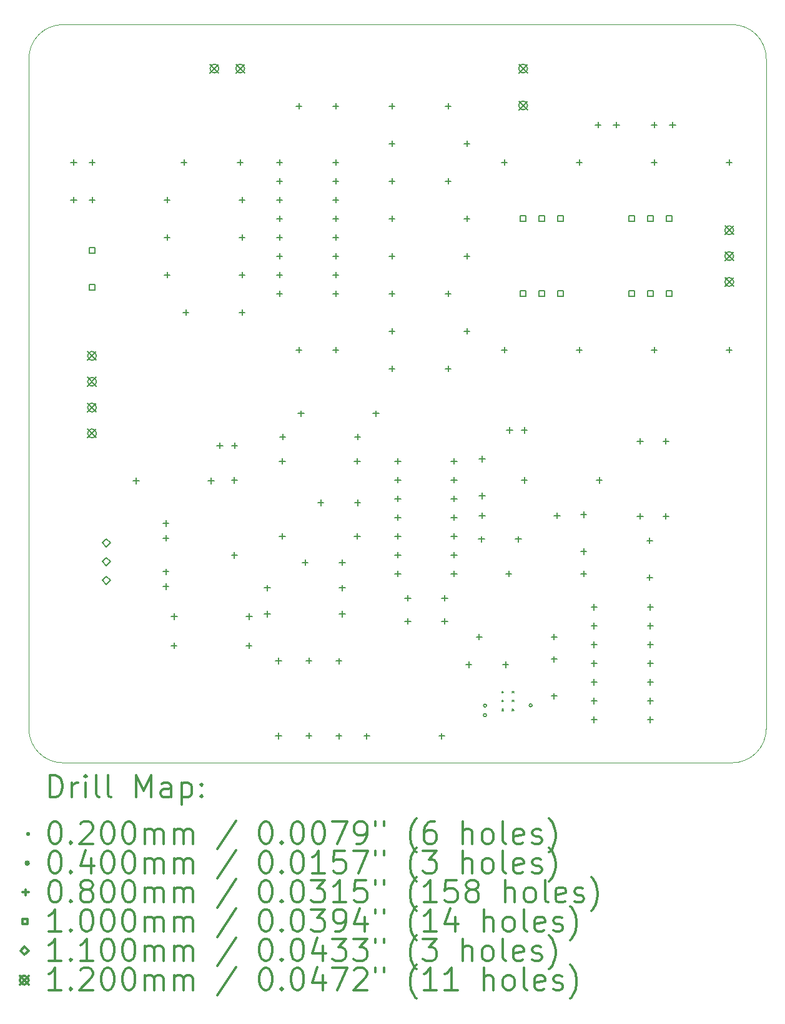
<source format=gbr>
%FSLAX45Y45*%
G04 Gerber Fmt 4.5, Leading zero omitted, Abs format (unit mm)*
G04 Created by KiCad (PCBNEW (5.1.10-1-10_14)) date 2021-09-10 00:56:40*
%MOMM*%
%LPD*%
G01*
G04 APERTURE LIST*
%TA.AperFunction,Profile*%
%ADD10C,0.050000*%
%TD*%
%ADD11C,0.200000*%
%ADD12C,0.300000*%
G04 APERTURE END LIST*
D10*
X5699040Y-14482600D02*
X14771920Y-14482600D01*
X15234200Y-14020320D02*
X15234200Y-4947440D01*
X14771920Y-4485160D02*
X5699040Y-4485160D01*
X5236760Y-4947440D02*
G75*
G02*
X5699040Y-4485160I462280J0D01*
G01*
X5699040Y-14482600D02*
G75*
G02*
X5236760Y-14020320I0J462280D01*
G01*
X15234200Y-14020320D02*
G75*
G02*
X14771920Y-14482600I-462280J0D01*
G01*
X14771920Y-4485160D02*
G75*
G02*
X15234200Y-4947440I0J-462280D01*
G01*
X5236760Y-4947440D02*
X5236760Y-14020320D01*
D11*
X11649720Y-13514880D02*
X11669720Y-13534880D01*
X11669720Y-13514880D02*
X11649720Y-13534880D01*
X11649720Y-13634880D02*
X11669720Y-13654880D01*
X11669720Y-13634880D02*
X11649720Y-13654880D01*
X11649720Y-13754880D02*
X11669720Y-13774880D01*
X11669720Y-13754880D02*
X11649720Y-13774880D01*
X11789720Y-13514880D02*
X11809720Y-13534880D01*
X11809720Y-13514880D02*
X11789720Y-13534880D01*
X11789720Y-13634880D02*
X11809720Y-13654880D01*
X11809720Y-13634880D02*
X11789720Y-13654880D01*
X11789720Y-13754880D02*
X11809720Y-13774880D01*
X11809720Y-13754880D02*
X11789720Y-13774880D01*
X11439840Y-13837920D02*
G75*
G03*
X11439840Y-13837920I-20000J0D01*
G01*
X11442380Y-13708380D02*
G75*
G03*
X11442380Y-13708380I-20000J0D01*
G01*
X12059600Y-13705840D02*
G75*
G03*
X12059600Y-13705840I-20000J0D01*
G01*
X5846000Y-6310000D02*
X5846000Y-6390000D01*
X5806000Y-6350000D02*
X5886000Y-6350000D01*
X5846000Y-6818000D02*
X5846000Y-6898000D01*
X5806000Y-6858000D02*
X5886000Y-6858000D01*
X6096000Y-6310000D02*
X6096000Y-6390000D01*
X6056000Y-6350000D02*
X6136000Y-6350000D01*
X6096000Y-6818000D02*
X6096000Y-6898000D01*
X6056000Y-6858000D02*
X6136000Y-6858000D01*
X6690360Y-10622920D02*
X6690360Y-10702920D01*
X6650360Y-10662920D02*
X6730360Y-10662920D01*
X7094220Y-11199500D02*
X7094220Y-11279500D01*
X7054220Y-11239500D02*
X7134220Y-11239500D01*
X7094220Y-11399500D02*
X7094220Y-11479500D01*
X7054220Y-11439500D02*
X7134220Y-11439500D01*
X7094220Y-11852940D02*
X7094220Y-11932940D01*
X7054220Y-11892940D02*
X7134220Y-11892940D01*
X7094220Y-12052940D02*
X7094220Y-12132940D01*
X7054220Y-12092940D02*
X7134220Y-12092940D01*
X7112000Y-6818000D02*
X7112000Y-6898000D01*
X7072000Y-6858000D02*
X7152000Y-6858000D01*
X7112000Y-7326000D02*
X7112000Y-7406000D01*
X7072000Y-7366000D02*
X7152000Y-7366000D01*
X7112000Y-7834000D02*
X7112000Y-7914000D01*
X7072000Y-7874000D02*
X7152000Y-7874000D01*
X7205980Y-12855580D02*
X7205980Y-12935580D01*
X7165980Y-12895580D02*
X7245980Y-12895580D01*
X7206800Y-12459440D02*
X7206800Y-12539440D01*
X7166800Y-12499440D02*
X7246800Y-12499440D01*
X7340600Y-6310000D02*
X7340600Y-6390000D01*
X7300600Y-6350000D02*
X7380600Y-6350000D01*
X7366000Y-8342000D02*
X7366000Y-8422000D01*
X7326000Y-8382000D02*
X7406000Y-8382000D01*
X7706360Y-10622920D02*
X7706360Y-10702920D01*
X7666360Y-10662920D02*
X7746360Y-10662920D01*
X7826400Y-10145400D02*
X7826400Y-10225400D01*
X7786400Y-10185400D02*
X7866400Y-10185400D01*
X8023860Y-10615300D02*
X8023860Y-10695300D01*
X7983860Y-10655300D02*
X8063860Y-10655300D01*
X8023860Y-11631300D02*
X8023860Y-11711300D01*
X7983860Y-11671300D02*
X8063860Y-11671300D01*
X8026400Y-10145400D02*
X8026400Y-10225400D01*
X7986400Y-10185400D02*
X8066400Y-10185400D01*
X8102600Y-6310000D02*
X8102600Y-6390000D01*
X8062600Y-6350000D02*
X8142600Y-6350000D01*
X8128000Y-6818000D02*
X8128000Y-6898000D01*
X8088000Y-6858000D02*
X8168000Y-6858000D01*
X8128000Y-7326000D02*
X8128000Y-7406000D01*
X8088000Y-7366000D02*
X8168000Y-7366000D01*
X8128000Y-7834000D02*
X8128000Y-7914000D01*
X8088000Y-7874000D02*
X8168000Y-7874000D01*
X8128000Y-8342000D02*
X8128000Y-8422000D01*
X8088000Y-8382000D02*
X8168000Y-8382000D01*
X8221980Y-12855580D02*
X8221980Y-12935580D01*
X8181980Y-12895580D02*
X8261980Y-12895580D01*
X8222800Y-12459440D02*
X8222800Y-12539440D01*
X8182800Y-12499440D02*
X8262800Y-12499440D01*
X8470900Y-12073260D02*
X8470900Y-12153260D01*
X8430900Y-12113260D02*
X8510900Y-12113260D01*
X8470900Y-12426320D02*
X8470900Y-12506320D01*
X8430900Y-12466320D02*
X8510900Y-12466320D01*
X8623300Y-13061320D02*
X8623300Y-13141320D01*
X8583300Y-13101320D02*
X8663300Y-13101320D01*
X8623300Y-14077320D02*
X8623300Y-14157320D01*
X8583300Y-14117320D02*
X8663300Y-14117320D01*
X8636000Y-6310000D02*
X8636000Y-6390000D01*
X8596000Y-6350000D02*
X8676000Y-6350000D01*
X8636000Y-6564000D02*
X8636000Y-6644000D01*
X8596000Y-6604000D02*
X8676000Y-6604000D01*
X8636000Y-6818000D02*
X8636000Y-6898000D01*
X8596000Y-6858000D02*
X8676000Y-6858000D01*
X8636000Y-7072000D02*
X8636000Y-7152000D01*
X8596000Y-7112000D02*
X8676000Y-7112000D01*
X8636000Y-7326000D02*
X8636000Y-7406000D01*
X8596000Y-7366000D02*
X8676000Y-7366000D01*
X8636000Y-7580000D02*
X8636000Y-7660000D01*
X8596000Y-7620000D02*
X8676000Y-7620000D01*
X8636000Y-7834000D02*
X8636000Y-7914000D01*
X8596000Y-7874000D02*
X8676000Y-7874000D01*
X8636000Y-8088000D02*
X8636000Y-8168000D01*
X8596000Y-8128000D02*
X8676000Y-8128000D01*
X8674100Y-10356220D02*
X8674100Y-10436220D01*
X8634100Y-10396220D02*
X8714100Y-10396220D01*
X8674100Y-11372220D02*
X8674100Y-11452220D01*
X8634100Y-11412220D02*
X8714100Y-11412220D01*
X8679180Y-10026020D02*
X8679180Y-10106020D01*
X8639180Y-10066020D02*
X8719180Y-10066020D01*
X8898000Y-5548000D02*
X8898000Y-5628000D01*
X8858000Y-5588000D02*
X8938000Y-5588000D01*
X8898000Y-8850000D02*
X8898000Y-8930000D01*
X8858000Y-8890000D02*
X8938000Y-8890000D01*
X8928100Y-9711060D02*
X8928100Y-9791060D01*
X8888100Y-9751060D02*
X8968100Y-9751060D01*
X8983980Y-11727820D02*
X8983980Y-11807820D01*
X8943980Y-11767820D02*
X9023980Y-11767820D01*
X9034780Y-13058780D02*
X9034780Y-13138780D01*
X8994780Y-13098780D02*
X9074780Y-13098780D01*
X9034780Y-14074780D02*
X9034780Y-14154780D01*
X8994780Y-14114780D02*
X9074780Y-14114780D01*
X9195180Y-10920100D02*
X9195180Y-11000100D01*
X9155180Y-10960100D02*
X9235180Y-10960100D01*
X9398000Y-5548000D02*
X9398000Y-5628000D01*
X9358000Y-5588000D02*
X9438000Y-5588000D01*
X9398000Y-6310000D02*
X9398000Y-6390000D01*
X9358000Y-6350000D02*
X9438000Y-6350000D01*
X9398000Y-6564000D02*
X9398000Y-6644000D01*
X9358000Y-6604000D02*
X9438000Y-6604000D01*
X9398000Y-6818000D02*
X9398000Y-6898000D01*
X9358000Y-6858000D02*
X9438000Y-6858000D01*
X9398000Y-7072000D02*
X9398000Y-7152000D01*
X9358000Y-7112000D02*
X9438000Y-7112000D01*
X9398000Y-7326000D02*
X9398000Y-7406000D01*
X9358000Y-7366000D02*
X9438000Y-7366000D01*
X9398000Y-7580000D02*
X9398000Y-7660000D01*
X9358000Y-7620000D02*
X9438000Y-7620000D01*
X9398000Y-7834000D02*
X9398000Y-7914000D01*
X9358000Y-7874000D02*
X9438000Y-7874000D01*
X9398000Y-8088000D02*
X9398000Y-8168000D01*
X9358000Y-8128000D02*
X9438000Y-8128000D01*
X9398000Y-8850000D02*
X9398000Y-8930000D01*
X9358000Y-8890000D02*
X9438000Y-8890000D01*
X9441180Y-13063860D02*
X9441180Y-13143860D01*
X9401180Y-13103860D02*
X9481180Y-13103860D01*
X9441180Y-14079860D02*
X9441180Y-14159860D01*
X9401180Y-14119860D02*
X9481180Y-14119860D01*
X9483980Y-11727820D02*
X9483980Y-11807820D01*
X9443980Y-11767820D02*
X9523980Y-11767820D01*
X9486900Y-12073260D02*
X9486900Y-12153260D01*
X9446900Y-12113260D02*
X9526900Y-12113260D01*
X9486900Y-12426320D02*
X9486900Y-12506320D01*
X9446900Y-12466320D02*
X9526900Y-12466320D01*
X9690100Y-10356220D02*
X9690100Y-10436220D01*
X9650100Y-10396220D02*
X9730100Y-10396220D01*
X9690100Y-11372220D02*
X9690100Y-11452220D01*
X9650100Y-11412220D02*
X9730100Y-11412220D01*
X9695180Y-10026020D02*
X9695180Y-10106020D01*
X9655180Y-10066020D02*
X9735180Y-10066020D01*
X9695180Y-10920100D02*
X9695180Y-11000100D01*
X9655180Y-10960100D02*
X9735180Y-10960100D01*
X9819640Y-14079860D02*
X9819640Y-14159860D01*
X9779640Y-14119860D02*
X9859640Y-14119860D01*
X9944100Y-9711060D02*
X9944100Y-9791060D01*
X9904100Y-9751060D02*
X9984100Y-9751060D01*
X10160000Y-5548000D02*
X10160000Y-5628000D01*
X10120000Y-5588000D02*
X10200000Y-5588000D01*
X10160000Y-6056000D02*
X10160000Y-6136000D01*
X10120000Y-6096000D02*
X10200000Y-6096000D01*
X10160000Y-6564000D02*
X10160000Y-6644000D01*
X10120000Y-6604000D02*
X10200000Y-6604000D01*
X10160000Y-7072000D02*
X10160000Y-7152000D01*
X10120000Y-7112000D02*
X10200000Y-7112000D01*
X10160000Y-7580000D02*
X10160000Y-7660000D01*
X10120000Y-7620000D02*
X10200000Y-7620000D01*
X10160000Y-8088000D02*
X10160000Y-8168000D01*
X10120000Y-8128000D02*
X10200000Y-8128000D01*
X10160000Y-8596000D02*
X10160000Y-8676000D01*
X10120000Y-8636000D02*
X10200000Y-8636000D01*
X10160000Y-9104000D02*
X10160000Y-9184000D01*
X10120000Y-9144000D02*
X10200000Y-9144000D01*
X10238740Y-10356220D02*
X10238740Y-10436220D01*
X10198740Y-10396220D02*
X10278740Y-10396220D01*
X10238740Y-10610220D02*
X10238740Y-10690220D01*
X10198740Y-10650220D02*
X10278740Y-10650220D01*
X10238740Y-10864220D02*
X10238740Y-10944220D01*
X10198740Y-10904220D02*
X10278740Y-10904220D01*
X10238740Y-11118220D02*
X10238740Y-11198220D01*
X10198740Y-11158220D02*
X10278740Y-11158220D01*
X10238740Y-11372220D02*
X10238740Y-11452220D01*
X10198740Y-11412220D02*
X10278740Y-11412220D01*
X10238740Y-11626220D02*
X10238740Y-11706220D01*
X10198740Y-11666220D02*
X10278740Y-11666220D01*
X10238740Y-11880220D02*
X10238740Y-11960220D01*
X10198740Y-11920220D02*
X10278740Y-11920220D01*
X10373740Y-12210420D02*
X10373740Y-12290420D01*
X10333740Y-12250420D02*
X10413740Y-12250420D01*
X10375900Y-12525380D02*
X10375900Y-12605380D01*
X10335900Y-12565380D02*
X10415900Y-12565380D01*
X10835640Y-14079860D02*
X10835640Y-14159860D01*
X10795640Y-14119860D02*
X10875640Y-14119860D01*
X10873740Y-12210420D02*
X10873740Y-12290420D01*
X10833740Y-12250420D02*
X10913740Y-12250420D01*
X10875900Y-12525380D02*
X10875900Y-12605380D01*
X10835900Y-12565380D02*
X10915900Y-12565380D01*
X10922000Y-5548000D02*
X10922000Y-5628000D01*
X10882000Y-5588000D02*
X10962000Y-5588000D01*
X10922000Y-6564000D02*
X10922000Y-6644000D01*
X10882000Y-6604000D02*
X10962000Y-6604000D01*
X10922000Y-8088000D02*
X10922000Y-8168000D01*
X10882000Y-8128000D02*
X10962000Y-8128000D01*
X10922000Y-9104000D02*
X10922000Y-9184000D01*
X10882000Y-9144000D02*
X10962000Y-9144000D01*
X11000740Y-10356220D02*
X11000740Y-10436220D01*
X10960740Y-10396220D02*
X11040740Y-10396220D01*
X11000740Y-10610220D02*
X11000740Y-10690220D01*
X10960740Y-10650220D02*
X11040740Y-10650220D01*
X11000740Y-10864220D02*
X11000740Y-10944220D01*
X10960740Y-10904220D02*
X11040740Y-10904220D01*
X11000740Y-11118220D02*
X11000740Y-11198220D01*
X10960740Y-11158220D02*
X11040740Y-11158220D01*
X11000740Y-11372220D02*
X11000740Y-11452220D01*
X10960740Y-11412220D02*
X11040740Y-11412220D01*
X11000740Y-11626220D02*
X11000740Y-11706220D01*
X10960740Y-11666220D02*
X11040740Y-11666220D01*
X11000740Y-11880220D02*
X11000740Y-11960220D01*
X10960740Y-11920220D02*
X11040740Y-11920220D01*
X11176000Y-6056000D02*
X11176000Y-6136000D01*
X11136000Y-6096000D02*
X11216000Y-6096000D01*
X11176000Y-7072000D02*
X11176000Y-7152000D01*
X11136000Y-7112000D02*
X11216000Y-7112000D01*
X11176000Y-7580000D02*
X11176000Y-7660000D01*
X11136000Y-7620000D02*
X11216000Y-7620000D01*
X11176000Y-8596000D02*
X11176000Y-8676000D01*
X11136000Y-8636000D02*
X11216000Y-8636000D01*
X11201400Y-13112120D02*
X11201400Y-13192120D01*
X11161400Y-13152120D02*
X11241400Y-13152120D01*
X11343640Y-12736200D02*
X11343640Y-12816200D01*
X11303640Y-12776200D02*
X11383640Y-12776200D01*
X11374500Y-11412860D02*
X11374500Y-11492860D01*
X11334500Y-11452860D02*
X11414500Y-11452860D01*
X11381740Y-10325740D02*
X11381740Y-10405740D01*
X11341740Y-10365740D02*
X11421740Y-10365740D01*
X11381740Y-10825740D02*
X11381740Y-10905740D01*
X11341740Y-10865740D02*
X11421740Y-10865740D01*
X11381740Y-11092820D02*
X11381740Y-11172820D01*
X11341740Y-11132820D02*
X11421740Y-11132820D01*
X11684000Y-6310000D02*
X11684000Y-6390000D01*
X11644000Y-6350000D02*
X11724000Y-6350000D01*
X11684000Y-8850000D02*
X11684000Y-8930000D01*
X11644000Y-8890000D02*
X11724000Y-8890000D01*
X11701400Y-13112120D02*
X11701400Y-13192120D01*
X11661400Y-13152120D02*
X11741400Y-13152120D01*
X11742420Y-11880220D02*
X11742420Y-11960220D01*
X11702420Y-11920220D02*
X11782420Y-11920220D01*
X11755120Y-9937120D02*
X11755120Y-10017120D01*
X11715120Y-9977120D02*
X11795120Y-9977120D01*
X11874500Y-11412860D02*
X11874500Y-11492860D01*
X11834500Y-11452860D02*
X11914500Y-11452860D01*
X11955120Y-9937120D02*
X11955120Y-10017120D01*
X11915120Y-9977120D02*
X11995120Y-9977120D01*
X11955780Y-10615300D02*
X11955780Y-10695300D01*
X11915780Y-10655300D02*
X11995780Y-10655300D01*
X12359640Y-12736200D02*
X12359640Y-12816200D01*
X12319640Y-12776200D02*
X12399640Y-12776200D01*
X12359640Y-13038840D02*
X12359640Y-13118840D01*
X12319640Y-13078840D02*
X12399640Y-13078840D01*
X12359640Y-13538840D02*
X12359640Y-13618840D01*
X12319640Y-13578840D02*
X12399640Y-13578840D01*
X12397740Y-11092820D02*
X12397740Y-11172820D01*
X12357740Y-11132820D02*
X12437740Y-11132820D01*
X12700000Y-6310000D02*
X12700000Y-6390000D01*
X12660000Y-6350000D02*
X12740000Y-6350000D01*
X12700000Y-8850000D02*
X12700000Y-8930000D01*
X12660000Y-8890000D02*
X12740000Y-8890000D01*
X12758420Y-11080500D02*
X12758420Y-11160500D01*
X12718420Y-11120500D02*
X12798420Y-11120500D01*
X12758420Y-11580500D02*
X12758420Y-11660500D01*
X12718420Y-11620500D02*
X12798420Y-11620500D01*
X12758420Y-11880220D02*
X12758420Y-11960220D01*
X12718420Y-11920220D02*
X12798420Y-11920220D01*
X12900660Y-12332340D02*
X12900660Y-12412340D01*
X12860660Y-12372340D02*
X12940660Y-12372340D01*
X12900660Y-12586340D02*
X12900660Y-12666340D01*
X12860660Y-12626340D02*
X12940660Y-12626340D01*
X12900660Y-12840340D02*
X12900660Y-12920340D01*
X12860660Y-12880340D02*
X12940660Y-12880340D01*
X12900660Y-13094340D02*
X12900660Y-13174340D01*
X12860660Y-13134340D02*
X12940660Y-13134340D01*
X12900660Y-13348340D02*
X12900660Y-13428340D01*
X12860660Y-13388340D02*
X12940660Y-13388340D01*
X12900660Y-13602340D02*
X12900660Y-13682340D01*
X12860660Y-13642340D02*
X12940660Y-13642340D01*
X12900660Y-13856340D02*
X12900660Y-13936340D01*
X12860660Y-13896340D02*
X12940660Y-13896340D01*
X12954000Y-5802000D02*
X12954000Y-5882000D01*
X12914000Y-5842000D02*
X12994000Y-5842000D01*
X12971780Y-10615300D02*
X12971780Y-10695300D01*
X12931780Y-10655300D02*
X13011780Y-10655300D01*
X13204000Y-5802000D02*
X13204000Y-5882000D01*
X13164000Y-5842000D02*
X13244000Y-5842000D01*
X13522960Y-10086980D02*
X13522960Y-10166980D01*
X13482960Y-10126980D02*
X13562960Y-10126980D01*
X13522960Y-11102980D02*
X13522960Y-11182980D01*
X13482960Y-11142980D02*
X13562960Y-11142980D01*
X13655040Y-11433180D02*
X13655040Y-11513180D01*
X13615040Y-11473180D02*
X13695040Y-11473180D01*
X13655040Y-11933180D02*
X13655040Y-12013180D01*
X13615040Y-11973180D02*
X13695040Y-11973180D01*
X13662660Y-12332340D02*
X13662660Y-12412340D01*
X13622660Y-12372340D02*
X13702660Y-12372340D01*
X13662660Y-12586340D02*
X13662660Y-12666340D01*
X13622660Y-12626340D02*
X13702660Y-12626340D01*
X13662660Y-12840340D02*
X13662660Y-12920340D01*
X13622660Y-12880340D02*
X13702660Y-12880340D01*
X13662660Y-13094340D02*
X13662660Y-13174340D01*
X13622660Y-13134340D02*
X13702660Y-13134340D01*
X13662660Y-13348340D02*
X13662660Y-13428340D01*
X13622660Y-13388340D02*
X13702660Y-13388340D01*
X13662660Y-13602340D02*
X13662660Y-13682340D01*
X13622660Y-13642340D02*
X13702660Y-13642340D01*
X13662660Y-13856340D02*
X13662660Y-13936340D01*
X13622660Y-13896340D02*
X13702660Y-13896340D01*
X13716000Y-5802000D02*
X13716000Y-5882000D01*
X13676000Y-5842000D02*
X13756000Y-5842000D01*
X13716000Y-6310000D02*
X13716000Y-6390000D01*
X13676000Y-6350000D02*
X13756000Y-6350000D01*
X13716000Y-8850000D02*
X13716000Y-8930000D01*
X13676000Y-8890000D02*
X13756000Y-8890000D01*
X13873480Y-10086980D02*
X13873480Y-10166980D01*
X13833480Y-10126980D02*
X13913480Y-10126980D01*
X13873480Y-11102980D02*
X13873480Y-11182980D01*
X13833480Y-11142980D02*
X13913480Y-11142980D01*
X13966000Y-5802000D02*
X13966000Y-5882000D01*
X13926000Y-5842000D02*
X14006000Y-5842000D01*
X14732000Y-6310000D02*
X14732000Y-6390000D01*
X14692000Y-6350000D02*
X14772000Y-6350000D01*
X14732000Y-8850000D02*
X14732000Y-8930000D01*
X14692000Y-8890000D02*
X14772000Y-8890000D01*
X6131356Y-7579156D02*
X6131356Y-7508444D01*
X6060644Y-7508444D01*
X6060644Y-7579156D01*
X6131356Y-7579156D01*
X6131356Y-8079156D02*
X6131356Y-8008444D01*
X6060644Y-8008444D01*
X6060644Y-8079156D01*
X6131356Y-8079156D01*
X11973356Y-7147356D02*
X11973356Y-7076644D01*
X11902644Y-7076644D01*
X11902644Y-7147356D01*
X11973356Y-7147356D01*
X11973356Y-8163356D02*
X11973356Y-8092644D01*
X11902644Y-8092644D01*
X11902644Y-8163356D01*
X11973356Y-8163356D01*
X12227356Y-7147356D02*
X12227356Y-7076644D01*
X12156644Y-7076644D01*
X12156644Y-7147356D01*
X12227356Y-7147356D01*
X12227356Y-8163356D02*
X12227356Y-8092644D01*
X12156644Y-8092644D01*
X12156644Y-8163356D01*
X12227356Y-8163356D01*
X12481356Y-7147356D02*
X12481356Y-7076644D01*
X12410644Y-7076644D01*
X12410644Y-7147356D01*
X12481356Y-7147356D01*
X12481356Y-8163356D02*
X12481356Y-8092644D01*
X12410644Y-8092644D01*
X12410644Y-8163356D01*
X12481356Y-8163356D01*
X13446556Y-7147356D02*
X13446556Y-7076644D01*
X13375844Y-7076644D01*
X13375844Y-7147356D01*
X13446556Y-7147356D01*
X13446556Y-8163356D02*
X13446556Y-8092644D01*
X13375844Y-8092644D01*
X13375844Y-8163356D01*
X13446556Y-8163356D01*
X13700556Y-7147356D02*
X13700556Y-7076644D01*
X13629844Y-7076644D01*
X13629844Y-7147356D01*
X13700556Y-7147356D01*
X13700556Y-8163356D02*
X13700556Y-8092644D01*
X13629844Y-8092644D01*
X13629844Y-8163356D01*
X13700556Y-8163356D01*
X13954556Y-7147356D02*
X13954556Y-7076644D01*
X13883844Y-7076644D01*
X13883844Y-7147356D01*
X13954556Y-7147356D01*
X13954556Y-8163356D02*
X13954556Y-8092644D01*
X13883844Y-8092644D01*
X13883844Y-8163356D01*
X13954556Y-8163356D01*
X6286500Y-11558660D02*
X6341500Y-11503660D01*
X6286500Y-11448660D01*
X6231500Y-11503660D01*
X6286500Y-11558660D01*
X6286500Y-11812660D02*
X6341500Y-11757660D01*
X6286500Y-11702660D01*
X6231500Y-11757660D01*
X6286500Y-11812660D01*
X6286500Y-12066660D02*
X6341500Y-12011660D01*
X6286500Y-11956660D01*
X6231500Y-12011660D01*
X6286500Y-12066660D01*
X6033460Y-8911280D02*
X6153460Y-9031280D01*
X6153460Y-8911280D02*
X6033460Y-9031280D01*
X6153460Y-8971280D02*
G75*
G03*
X6153460Y-8971280I-60000J0D01*
G01*
X6033460Y-9261280D02*
X6153460Y-9381280D01*
X6153460Y-9261280D02*
X6033460Y-9381280D01*
X6153460Y-9321280D02*
G75*
G03*
X6153460Y-9321280I-60000J0D01*
G01*
X6033460Y-9611280D02*
X6153460Y-9731280D01*
X6153460Y-9611280D02*
X6033460Y-9731280D01*
X6153460Y-9671280D02*
G75*
G03*
X6153460Y-9671280I-60000J0D01*
G01*
X6033460Y-9961280D02*
X6153460Y-10081280D01*
X6153460Y-9961280D02*
X6033460Y-10081280D01*
X6153460Y-10021280D02*
G75*
G03*
X6153460Y-10021280I-60000J0D01*
G01*
X7692600Y-5020000D02*
X7812600Y-5140000D01*
X7812600Y-5020000D02*
X7692600Y-5140000D01*
X7812600Y-5080000D02*
G75*
G03*
X7812600Y-5080000I-60000J0D01*
G01*
X8042600Y-5020000D02*
X8162600Y-5140000D01*
X8162600Y-5020000D02*
X8042600Y-5140000D01*
X8162600Y-5080000D02*
G75*
G03*
X8162600Y-5080000I-60000J0D01*
G01*
X11878000Y-5020000D02*
X11998000Y-5140000D01*
X11998000Y-5020000D02*
X11878000Y-5140000D01*
X11998000Y-5080000D02*
G75*
G03*
X11998000Y-5080000I-60000J0D01*
G01*
X11878000Y-5520000D02*
X11998000Y-5640000D01*
X11998000Y-5520000D02*
X11878000Y-5640000D01*
X11998000Y-5580000D02*
G75*
G03*
X11998000Y-5580000I-60000J0D01*
G01*
X14672000Y-7210000D02*
X14792000Y-7330000D01*
X14792000Y-7210000D02*
X14672000Y-7330000D01*
X14792000Y-7270000D02*
G75*
G03*
X14792000Y-7270000I-60000J0D01*
G01*
X14672000Y-7560000D02*
X14792000Y-7680000D01*
X14792000Y-7560000D02*
X14672000Y-7680000D01*
X14792000Y-7620000D02*
G75*
G03*
X14792000Y-7620000I-60000J0D01*
G01*
X14672000Y-7910000D02*
X14792000Y-8030000D01*
X14792000Y-7910000D02*
X14672000Y-8030000D01*
X14792000Y-7970000D02*
G75*
G03*
X14792000Y-7970000I-60000J0D01*
G01*
D12*
X5520688Y-14950814D02*
X5520688Y-14650814D01*
X5592117Y-14650814D01*
X5634974Y-14665100D01*
X5663546Y-14693671D01*
X5677831Y-14722243D01*
X5692117Y-14779386D01*
X5692117Y-14822243D01*
X5677831Y-14879386D01*
X5663546Y-14907957D01*
X5634974Y-14936529D01*
X5592117Y-14950814D01*
X5520688Y-14950814D01*
X5820688Y-14950814D02*
X5820688Y-14750814D01*
X5820688Y-14807957D02*
X5834974Y-14779386D01*
X5849260Y-14765100D01*
X5877831Y-14750814D01*
X5906403Y-14750814D01*
X6006403Y-14950814D02*
X6006403Y-14750814D01*
X6006403Y-14650814D02*
X5992117Y-14665100D01*
X6006403Y-14679386D01*
X6020688Y-14665100D01*
X6006403Y-14650814D01*
X6006403Y-14679386D01*
X6192117Y-14950814D02*
X6163546Y-14936529D01*
X6149260Y-14907957D01*
X6149260Y-14650814D01*
X6349260Y-14950814D02*
X6320688Y-14936529D01*
X6306403Y-14907957D01*
X6306403Y-14650814D01*
X6692117Y-14950814D02*
X6692117Y-14650814D01*
X6792117Y-14865100D01*
X6892117Y-14650814D01*
X6892117Y-14950814D01*
X7163546Y-14950814D02*
X7163546Y-14793671D01*
X7149260Y-14765100D01*
X7120688Y-14750814D01*
X7063546Y-14750814D01*
X7034974Y-14765100D01*
X7163546Y-14936529D02*
X7134974Y-14950814D01*
X7063546Y-14950814D01*
X7034974Y-14936529D01*
X7020688Y-14907957D01*
X7020688Y-14879386D01*
X7034974Y-14850814D01*
X7063546Y-14836529D01*
X7134974Y-14836529D01*
X7163546Y-14822243D01*
X7306403Y-14750814D02*
X7306403Y-15050814D01*
X7306403Y-14765100D02*
X7334974Y-14750814D01*
X7392117Y-14750814D01*
X7420688Y-14765100D01*
X7434974Y-14779386D01*
X7449260Y-14807957D01*
X7449260Y-14893671D01*
X7434974Y-14922243D01*
X7420688Y-14936529D01*
X7392117Y-14950814D01*
X7334974Y-14950814D01*
X7306403Y-14936529D01*
X7577831Y-14922243D02*
X7592117Y-14936529D01*
X7577831Y-14950814D01*
X7563546Y-14936529D01*
X7577831Y-14922243D01*
X7577831Y-14950814D01*
X7577831Y-14765100D02*
X7592117Y-14779386D01*
X7577831Y-14793671D01*
X7563546Y-14779386D01*
X7577831Y-14765100D01*
X7577831Y-14793671D01*
X5214260Y-15435100D02*
X5234260Y-15455100D01*
X5234260Y-15435100D02*
X5214260Y-15455100D01*
X5577831Y-15280814D02*
X5606403Y-15280814D01*
X5634974Y-15295100D01*
X5649260Y-15309386D01*
X5663546Y-15337957D01*
X5677831Y-15395100D01*
X5677831Y-15466529D01*
X5663546Y-15523671D01*
X5649260Y-15552243D01*
X5634974Y-15566529D01*
X5606403Y-15580814D01*
X5577831Y-15580814D01*
X5549260Y-15566529D01*
X5534974Y-15552243D01*
X5520688Y-15523671D01*
X5506403Y-15466529D01*
X5506403Y-15395100D01*
X5520688Y-15337957D01*
X5534974Y-15309386D01*
X5549260Y-15295100D01*
X5577831Y-15280814D01*
X5806403Y-15552243D02*
X5820688Y-15566529D01*
X5806403Y-15580814D01*
X5792117Y-15566529D01*
X5806403Y-15552243D01*
X5806403Y-15580814D01*
X5934974Y-15309386D02*
X5949260Y-15295100D01*
X5977831Y-15280814D01*
X6049260Y-15280814D01*
X6077831Y-15295100D01*
X6092117Y-15309386D01*
X6106403Y-15337957D01*
X6106403Y-15366529D01*
X6092117Y-15409386D01*
X5920688Y-15580814D01*
X6106403Y-15580814D01*
X6292117Y-15280814D02*
X6320688Y-15280814D01*
X6349260Y-15295100D01*
X6363546Y-15309386D01*
X6377831Y-15337957D01*
X6392117Y-15395100D01*
X6392117Y-15466529D01*
X6377831Y-15523671D01*
X6363546Y-15552243D01*
X6349260Y-15566529D01*
X6320688Y-15580814D01*
X6292117Y-15580814D01*
X6263546Y-15566529D01*
X6249260Y-15552243D01*
X6234974Y-15523671D01*
X6220688Y-15466529D01*
X6220688Y-15395100D01*
X6234974Y-15337957D01*
X6249260Y-15309386D01*
X6263546Y-15295100D01*
X6292117Y-15280814D01*
X6577831Y-15280814D02*
X6606403Y-15280814D01*
X6634974Y-15295100D01*
X6649260Y-15309386D01*
X6663546Y-15337957D01*
X6677831Y-15395100D01*
X6677831Y-15466529D01*
X6663546Y-15523671D01*
X6649260Y-15552243D01*
X6634974Y-15566529D01*
X6606403Y-15580814D01*
X6577831Y-15580814D01*
X6549260Y-15566529D01*
X6534974Y-15552243D01*
X6520688Y-15523671D01*
X6506403Y-15466529D01*
X6506403Y-15395100D01*
X6520688Y-15337957D01*
X6534974Y-15309386D01*
X6549260Y-15295100D01*
X6577831Y-15280814D01*
X6806403Y-15580814D02*
X6806403Y-15380814D01*
X6806403Y-15409386D02*
X6820688Y-15395100D01*
X6849260Y-15380814D01*
X6892117Y-15380814D01*
X6920688Y-15395100D01*
X6934974Y-15423671D01*
X6934974Y-15580814D01*
X6934974Y-15423671D02*
X6949260Y-15395100D01*
X6977831Y-15380814D01*
X7020688Y-15380814D01*
X7049260Y-15395100D01*
X7063546Y-15423671D01*
X7063546Y-15580814D01*
X7206403Y-15580814D02*
X7206403Y-15380814D01*
X7206403Y-15409386D02*
X7220688Y-15395100D01*
X7249260Y-15380814D01*
X7292117Y-15380814D01*
X7320688Y-15395100D01*
X7334974Y-15423671D01*
X7334974Y-15580814D01*
X7334974Y-15423671D02*
X7349260Y-15395100D01*
X7377831Y-15380814D01*
X7420688Y-15380814D01*
X7449260Y-15395100D01*
X7463546Y-15423671D01*
X7463546Y-15580814D01*
X8049260Y-15266529D02*
X7792117Y-15652243D01*
X8434974Y-15280814D02*
X8463546Y-15280814D01*
X8492117Y-15295100D01*
X8506403Y-15309386D01*
X8520688Y-15337957D01*
X8534974Y-15395100D01*
X8534974Y-15466529D01*
X8520688Y-15523671D01*
X8506403Y-15552243D01*
X8492117Y-15566529D01*
X8463546Y-15580814D01*
X8434974Y-15580814D01*
X8406403Y-15566529D01*
X8392117Y-15552243D01*
X8377831Y-15523671D01*
X8363546Y-15466529D01*
X8363546Y-15395100D01*
X8377831Y-15337957D01*
X8392117Y-15309386D01*
X8406403Y-15295100D01*
X8434974Y-15280814D01*
X8663546Y-15552243D02*
X8677831Y-15566529D01*
X8663546Y-15580814D01*
X8649260Y-15566529D01*
X8663546Y-15552243D01*
X8663546Y-15580814D01*
X8863546Y-15280814D02*
X8892117Y-15280814D01*
X8920688Y-15295100D01*
X8934974Y-15309386D01*
X8949260Y-15337957D01*
X8963546Y-15395100D01*
X8963546Y-15466529D01*
X8949260Y-15523671D01*
X8934974Y-15552243D01*
X8920688Y-15566529D01*
X8892117Y-15580814D01*
X8863546Y-15580814D01*
X8834974Y-15566529D01*
X8820688Y-15552243D01*
X8806403Y-15523671D01*
X8792117Y-15466529D01*
X8792117Y-15395100D01*
X8806403Y-15337957D01*
X8820688Y-15309386D01*
X8834974Y-15295100D01*
X8863546Y-15280814D01*
X9149260Y-15280814D02*
X9177831Y-15280814D01*
X9206403Y-15295100D01*
X9220688Y-15309386D01*
X9234974Y-15337957D01*
X9249260Y-15395100D01*
X9249260Y-15466529D01*
X9234974Y-15523671D01*
X9220688Y-15552243D01*
X9206403Y-15566529D01*
X9177831Y-15580814D01*
X9149260Y-15580814D01*
X9120688Y-15566529D01*
X9106403Y-15552243D01*
X9092117Y-15523671D01*
X9077831Y-15466529D01*
X9077831Y-15395100D01*
X9092117Y-15337957D01*
X9106403Y-15309386D01*
X9120688Y-15295100D01*
X9149260Y-15280814D01*
X9349260Y-15280814D02*
X9549260Y-15280814D01*
X9420688Y-15580814D01*
X9677831Y-15580814D02*
X9734974Y-15580814D01*
X9763546Y-15566529D01*
X9777831Y-15552243D01*
X9806403Y-15509386D01*
X9820688Y-15452243D01*
X9820688Y-15337957D01*
X9806403Y-15309386D01*
X9792117Y-15295100D01*
X9763546Y-15280814D01*
X9706403Y-15280814D01*
X9677831Y-15295100D01*
X9663546Y-15309386D01*
X9649260Y-15337957D01*
X9649260Y-15409386D01*
X9663546Y-15437957D01*
X9677831Y-15452243D01*
X9706403Y-15466529D01*
X9763546Y-15466529D01*
X9792117Y-15452243D01*
X9806403Y-15437957D01*
X9820688Y-15409386D01*
X9934974Y-15280814D02*
X9934974Y-15337957D01*
X10049260Y-15280814D02*
X10049260Y-15337957D01*
X10492117Y-15695100D02*
X10477831Y-15680814D01*
X10449260Y-15637957D01*
X10434974Y-15609386D01*
X10420688Y-15566529D01*
X10406403Y-15495100D01*
X10406403Y-15437957D01*
X10420688Y-15366529D01*
X10434974Y-15323671D01*
X10449260Y-15295100D01*
X10477831Y-15252243D01*
X10492117Y-15237957D01*
X10734974Y-15280814D02*
X10677831Y-15280814D01*
X10649260Y-15295100D01*
X10634974Y-15309386D01*
X10606403Y-15352243D01*
X10592117Y-15409386D01*
X10592117Y-15523671D01*
X10606403Y-15552243D01*
X10620688Y-15566529D01*
X10649260Y-15580814D01*
X10706403Y-15580814D01*
X10734974Y-15566529D01*
X10749260Y-15552243D01*
X10763546Y-15523671D01*
X10763546Y-15452243D01*
X10749260Y-15423671D01*
X10734974Y-15409386D01*
X10706403Y-15395100D01*
X10649260Y-15395100D01*
X10620688Y-15409386D01*
X10606403Y-15423671D01*
X10592117Y-15452243D01*
X11120688Y-15580814D02*
X11120688Y-15280814D01*
X11249260Y-15580814D02*
X11249260Y-15423671D01*
X11234974Y-15395100D01*
X11206403Y-15380814D01*
X11163546Y-15380814D01*
X11134974Y-15395100D01*
X11120688Y-15409386D01*
X11434974Y-15580814D02*
X11406403Y-15566529D01*
X11392117Y-15552243D01*
X11377831Y-15523671D01*
X11377831Y-15437957D01*
X11392117Y-15409386D01*
X11406403Y-15395100D01*
X11434974Y-15380814D01*
X11477831Y-15380814D01*
X11506403Y-15395100D01*
X11520688Y-15409386D01*
X11534974Y-15437957D01*
X11534974Y-15523671D01*
X11520688Y-15552243D01*
X11506403Y-15566529D01*
X11477831Y-15580814D01*
X11434974Y-15580814D01*
X11706403Y-15580814D02*
X11677831Y-15566529D01*
X11663546Y-15537957D01*
X11663546Y-15280814D01*
X11934974Y-15566529D02*
X11906403Y-15580814D01*
X11849260Y-15580814D01*
X11820688Y-15566529D01*
X11806403Y-15537957D01*
X11806403Y-15423671D01*
X11820688Y-15395100D01*
X11849260Y-15380814D01*
X11906403Y-15380814D01*
X11934974Y-15395100D01*
X11949260Y-15423671D01*
X11949260Y-15452243D01*
X11806403Y-15480814D01*
X12063546Y-15566529D02*
X12092117Y-15580814D01*
X12149260Y-15580814D01*
X12177831Y-15566529D01*
X12192117Y-15537957D01*
X12192117Y-15523671D01*
X12177831Y-15495100D01*
X12149260Y-15480814D01*
X12106403Y-15480814D01*
X12077831Y-15466529D01*
X12063546Y-15437957D01*
X12063546Y-15423671D01*
X12077831Y-15395100D01*
X12106403Y-15380814D01*
X12149260Y-15380814D01*
X12177831Y-15395100D01*
X12292117Y-15695100D02*
X12306403Y-15680814D01*
X12334974Y-15637957D01*
X12349260Y-15609386D01*
X12363546Y-15566529D01*
X12377831Y-15495100D01*
X12377831Y-15437957D01*
X12363546Y-15366529D01*
X12349260Y-15323671D01*
X12334974Y-15295100D01*
X12306403Y-15252243D01*
X12292117Y-15237957D01*
X5234260Y-15841100D02*
G75*
G03*
X5234260Y-15841100I-20000J0D01*
G01*
X5577831Y-15676814D02*
X5606403Y-15676814D01*
X5634974Y-15691100D01*
X5649260Y-15705386D01*
X5663546Y-15733957D01*
X5677831Y-15791100D01*
X5677831Y-15862529D01*
X5663546Y-15919671D01*
X5649260Y-15948243D01*
X5634974Y-15962529D01*
X5606403Y-15976814D01*
X5577831Y-15976814D01*
X5549260Y-15962529D01*
X5534974Y-15948243D01*
X5520688Y-15919671D01*
X5506403Y-15862529D01*
X5506403Y-15791100D01*
X5520688Y-15733957D01*
X5534974Y-15705386D01*
X5549260Y-15691100D01*
X5577831Y-15676814D01*
X5806403Y-15948243D02*
X5820688Y-15962529D01*
X5806403Y-15976814D01*
X5792117Y-15962529D01*
X5806403Y-15948243D01*
X5806403Y-15976814D01*
X6077831Y-15776814D02*
X6077831Y-15976814D01*
X6006403Y-15662529D02*
X5934974Y-15876814D01*
X6120688Y-15876814D01*
X6292117Y-15676814D02*
X6320688Y-15676814D01*
X6349260Y-15691100D01*
X6363546Y-15705386D01*
X6377831Y-15733957D01*
X6392117Y-15791100D01*
X6392117Y-15862529D01*
X6377831Y-15919671D01*
X6363546Y-15948243D01*
X6349260Y-15962529D01*
X6320688Y-15976814D01*
X6292117Y-15976814D01*
X6263546Y-15962529D01*
X6249260Y-15948243D01*
X6234974Y-15919671D01*
X6220688Y-15862529D01*
X6220688Y-15791100D01*
X6234974Y-15733957D01*
X6249260Y-15705386D01*
X6263546Y-15691100D01*
X6292117Y-15676814D01*
X6577831Y-15676814D02*
X6606403Y-15676814D01*
X6634974Y-15691100D01*
X6649260Y-15705386D01*
X6663546Y-15733957D01*
X6677831Y-15791100D01*
X6677831Y-15862529D01*
X6663546Y-15919671D01*
X6649260Y-15948243D01*
X6634974Y-15962529D01*
X6606403Y-15976814D01*
X6577831Y-15976814D01*
X6549260Y-15962529D01*
X6534974Y-15948243D01*
X6520688Y-15919671D01*
X6506403Y-15862529D01*
X6506403Y-15791100D01*
X6520688Y-15733957D01*
X6534974Y-15705386D01*
X6549260Y-15691100D01*
X6577831Y-15676814D01*
X6806403Y-15976814D02*
X6806403Y-15776814D01*
X6806403Y-15805386D02*
X6820688Y-15791100D01*
X6849260Y-15776814D01*
X6892117Y-15776814D01*
X6920688Y-15791100D01*
X6934974Y-15819671D01*
X6934974Y-15976814D01*
X6934974Y-15819671D02*
X6949260Y-15791100D01*
X6977831Y-15776814D01*
X7020688Y-15776814D01*
X7049260Y-15791100D01*
X7063546Y-15819671D01*
X7063546Y-15976814D01*
X7206403Y-15976814D02*
X7206403Y-15776814D01*
X7206403Y-15805386D02*
X7220688Y-15791100D01*
X7249260Y-15776814D01*
X7292117Y-15776814D01*
X7320688Y-15791100D01*
X7334974Y-15819671D01*
X7334974Y-15976814D01*
X7334974Y-15819671D02*
X7349260Y-15791100D01*
X7377831Y-15776814D01*
X7420688Y-15776814D01*
X7449260Y-15791100D01*
X7463546Y-15819671D01*
X7463546Y-15976814D01*
X8049260Y-15662529D02*
X7792117Y-16048243D01*
X8434974Y-15676814D02*
X8463546Y-15676814D01*
X8492117Y-15691100D01*
X8506403Y-15705386D01*
X8520688Y-15733957D01*
X8534974Y-15791100D01*
X8534974Y-15862529D01*
X8520688Y-15919671D01*
X8506403Y-15948243D01*
X8492117Y-15962529D01*
X8463546Y-15976814D01*
X8434974Y-15976814D01*
X8406403Y-15962529D01*
X8392117Y-15948243D01*
X8377831Y-15919671D01*
X8363546Y-15862529D01*
X8363546Y-15791100D01*
X8377831Y-15733957D01*
X8392117Y-15705386D01*
X8406403Y-15691100D01*
X8434974Y-15676814D01*
X8663546Y-15948243D02*
X8677831Y-15962529D01*
X8663546Y-15976814D01*
X8649260Y-15962529D01*
X8663546Y-15948243D01*
X8663546Y-15976814D01*
X8863546Y-15676814D02*
X8892117Y-15676814D01*
X8920688Y-15691100D01*
X8934974Y-15705386D01*
X8949260Y-15733957D01*
X8963546Y-15791100D01*
X8963546Y-15862529D01*
X8949260Y-15919671D01*
X8934974Y-15948243D01*
X8920688Y-15962529D01*
X8892117Y-15976814D01*
X8863546Y-15976814D01*
X8834974Y-15962529D01*
X8820688Y-15948243D01*
X8806403Y-15919671D01*
X8792117Y-15862529D01*
X8792117Y-15791100D01*
X8806403Y-15733957D01*
X8820688Y-15705386D01*
X8834974Y-15691100D01*
X8863546Y-15676814D01*
X9249260Y-15976814D02*
X9077831Y-15976814D01*
X9163546Y-15976814D02*
X9163546Y-15676814D01*
X9134974Y-15719671D01*
X9106403Y-15748243D01*
X9077831Y-15762529D01*
X9520688Y-15676814D02*
X9377831Y-15676814D01*
X9363546Y-15819671D01*
X9377831Y-15805386D01*
X9406403Y-15791100D01*
X9477831Y-15791100D01*
X9506403Y-15805386D01*
X9520688Y-15819671D01*
X9534974Y-15848243D01*
X9534974Y-15919671D01*
X9520688Y-15948243D01*
X9506403Y-15962529D01*
X9477831Y-15976814D01*
X9406403Y-15976814D01*
X9377831Y-15962529D01*
X9363546Y-15948243D01*
X9634974Y-15676814D02*
X9834974Y-15676814D01*
X9706403Y-15976814D01*
X9934974Y-15676814D02*
X9934974Y-15733957D01*
X10049260Y-15676814D02*
X10049260Y-15733957D01*
X10492117Y-16091100D02*
X10477831Y-16076814D01*
X10449260Y-16033957D01*
X10434974Y-16005386D01*
X10420688Y-15962529D01*
X10406403Y-15891100D01*
X10406403Y-15833957D01*
X10420688Y-15762529D01*
X10434974Y-15719671D01*
X10449260Y-15691100D01*
X10477831Y-15648243D01*
X10492117Y-15633957D01*
X10577831Y-15676814D02*
X10763546Y-15676814D01*
X10663546Y-15791100D01*
X10706403Y-15791100D01*
X10734974Y-15805386D01*
X10749260Y-15819671D01*
X10763546Y-15848243D01*
X10763546Y-15919671D01*
X10749260Y-15948243D01*
X10734974Y-15962529D01*
X10706403Y-15976814D01*
X10620688Y-15976814D01*
X10592117Y-15962529D01*
X10577831Y-15948243D01*
X11120688Y-15976814D02*
X11120688Y-15676814D01*
X11249260Y-15976814D02*
X11249260Y-15819671D01*
X11234974Y-15791100D01*
X11206403Y-15776814D01*
X11163546Y-15776814D01*
X11134974Y-15791100D01*
X11120688Y-15805386D01*
X11434974Y-15976814D02*
X11406403Y-15962529D01*
X11392117Y-15948243D01*
X11377831Y-15919671D01*
X11377831Y-15833957D01*
X11392117Y-15805386D01*
X11406403Y-15791100D01*
X11434974Y-15776814D01*
X11477831Y-15776814D01*
X11506403Y-15791100D01*
X11520688Y-15805386D01*
X11534974Y-15833957D01*
X11534974Y-15919671D01*
X11520688Y-15948243D01*
X11506403Y-15962529D01*
X11477831Y-15976814D01*
X11434974Y-15976814D01*
X11706403Y-15976814D02*
X11677831Y-15962529D01*
X11663546Y-15933957D01*
X11663546Y-15676814D01*
X11934974Y-15962529D02*
X11906403Y-15976814D01*
X11849260Y-15976814D01*
X11820688Y-15962529D01*
X11806403Y-15933957D01*
X11806403Y-15819671D01*
X11820688Y-15791100D01*
X11849260Y-15776814D01*
X11906403Y-15776814D01*
X11934974Y-15791100D01*
X11949260Y-15819671D01*
X11949260Y-15848243D01*
X11806403Y-15876814D01*
X12063546Y-15962529D02*
X12092117Y-15976814D01*
X12149260Y-15976814D01*
X12177831Y-15962529D01*
X12192117Y-15933957D01*
X12192117Y-15919671D01*
X12177831Y-15891100D01*
X12149260Y-15876814D01*
X12106403Y-15876814D01*
X12077831Y-15862529D01*
X12063546Y-15833957D01*
X12063546Y-15819671D01*
X12077831Y-15791100D01*
X12106403Y-15776814D01*
X12149260Y-15776814D01*
X12177831Y-15791100D01*
X12292117Y-16091100D02*
X12306403Y-16076814D01*
X12334974Y-16033957D01*
X12349260Y-16005386D01*
X12363546Y-15962529D01*
X12377831Y-15891100D01*
X12377831Y-15833957D01*
X12363546Y-15762529D01*
X12349260Y-15719671D01*
X12334974Y-15691100D01*
X12306403Y-15648243D01*
X12292117Y-15633957D01*
X5194260Y-16197100D02*
X5194260Y-16277100D01*
X5154260Y-16237100D02*
X5234260Y-16237100D01*
X5577831Y-16072814D02*
X5606403Y-16072814D01*
X5634974Y-16087100D01*
X5649260Y-16101386D01*
X5663546Y-16129957D01*
X5677831Y-16187100D01*
X5677831Y-16258529D01*
X5663546Y-16315671D01*
X5649260Y-16344243D01*
X5634974Y-16358529D01*
X5606403Y-16372814D01*
X5577831Y-16372814D01*
X5549260Y-16358529D01*
X5534974Y-16344243D01*
X5520688Y-16315671D01*
X5506403Y-16258529D01*
X5506403Y-16187100D01*
X5520688Y-16129957D01*
X5534974Y-16101386D01*
X5549260Y-16087100D01*
X5577831Y-16072814D01*
X5806403Y-16344243D02*
X5820688Y-16358529D01*
X5806403Y-16372814D01*
X5792117Y-16358529D01*
X5806403Y-16344243D01*
X5806403Y-16372814D01*
X5992117Y-16201386D02*
X5963546Y-16187100D01*
X5949260Y-16172814D01*
X5934974Y-16144243D01*
X5934974Y-16129957D01*
X5949260Y-16101386D01*
X5963546Y-16087100D01*
X5992117Y-16072814D01*
X6049260Y-16072814D01*
X6077831Y-16087100D01*
X6092117Y-16101386D01*
X6106403Y-16129957D01*
X6106403Y-16144243D01*
X6092117Y-16172814D01*
X6077831Y-16187100D01*
X6049260Y-16201386D01*
X5992117Y-16201386D01*
X5963546Y-16215671D01*
X5949260Y-16229957D01*
X5934974Y-16258529D01*
X5934974Y-16315671D01*
X5949260Y-16344243D01*
X5963546Y-16358529D01*
X5992117Y-16372814D01*
X6049260Y-16372814D01*
X6077831Y-16358529D01*
X6092117Y-16344243D01*
X6106403Y-16315671D01*
X6106403Y-16258529D01*
X6092117Y-16229957D01*
X6077831Y-16215671D01*
X6049260Y-16201386D01*
X6292117Y-16072814D02*
X6320688Y-16072814D01*
X6349260Y-16087100D01*
X6363546Y-16101386D01*
X6377831Y-16129957D01*
X6392117Y-16187100D01*
X6392117Y-16258529D01*
X6377831Y-16315671D01*
X6363546Y-16344243D01*
X6349260Y-16358529D01*
X6320688Y-16372814D01*
X6292117Y-16372814D01*
X6263546Y-16358529D01*
X6249260Y-16344243D01*
X6234974Y-16315671D01*
X6220688Y-16258529D01*
X6220688Y-16187100D01*
X6234974Y-16129957D01*
X6249260Y-16101386D01*
X6263546Y-16087100D01*
X6292117Y-16072814D01*
X6577831Y-16072814D02*
X6606403Y-16072814D01*
X6634974Y-16087100D01*
X6649260Y-16101386D01*
X6663546Y-16129957D01*
X6677831Y-16187100D01*
X6677831Y-16258529D01*
X6663546Y-16315671D01*
X6649260Y-16344243D01*
X6634974Y-16358529D01*
X6606403Y-16372814D01*
X6577831Y-16372814D01*
X6549260Y-16358529D01*
X6534974Y-16344243D01*
X6520688Y-16315671D01*
X6506403Y-16258529D01*
X6506403Y-16187100D01*
X6520688Y-16129957D01*
X6534974Y-16101386D01*
X6549260Y-16087100D01*
X6577831Y-16072814D01*
X6806403Y-16372814D02*
X6806403Y-16172814D01*
X6806403Y-16201386D02*
X6820688Y-16187100D01*
X6849260Y-16172814D01*
X6892117Y-16172814D01*
X6920688Y-16187100D01*
X6934974Y-16215671D01*
X6934974Y-16372814D01*
X6934974Y-16215671D02*
X6949260Y-16187100D01*
X6977831Y-16172814D01*
X7020688Y-16172814D01*
X7049260Y-16187100D01*
X7063546Y-16215671D01*
X7063546Y-16372814D01*
X7206403Y-16372814D02*
X7206403Y-16172814D01*
X7206403Y-16201386D02*
X7220688Y-16187100D01*
X7249260Y-16172814D01*
X7292117Y-16172814D01*
X7320688Y-16187100D01*
X7334974Y-16215671D01*
X7334974Y-16372814D01*
X7334974Y-16215671D02*
X7349260Y-16187100D01*
X7377831Y-16172814D01*
X7420688Y-16172814D01*
X7449260Y-16187100D01*
X7463546Y-16215671D01*
X7463546Y-16372814D01*
X8049260Y-16058529D02*
X7792117Y-16444243D01*
X8434974Y-16072814D02*
X8463546Y-16072814D01*
X8492117Y-16087100D01*
X8506403Y-16101386D01*
X8520688Y-16129957D01*
X8534974Y-16187100D01*
X8534974Y-16258529D01*
X8520688Y-16315671D01*
X8506403Y-16344243D01*
X8492117Y-16358529D01*
X8463546Y-16372814D01*
X8434974Y-16372814D01*
X8406403Y-16358529D01*
X8392117Y-16344243D01*
X8377831Y-16315671D01*
X8363546Y-16258529D01*
X8363546Y-16187100D01*
X8377831Y-16129957D01*
X8392117Y-16101386D01*
X8406403Y-16087100D01*
X8434974Y-16072814D01*
X8663546Y-16344243D02*
X8677831Y-16358529D01*
X8663546Y-16372814D01*
X8649260Y-16358529D01*
X8663546Y-16344243D01*
X8663546Y-16372814D01*
X8863546Y-16072814D02*
X8892117Y-16072814D01*
X8920688Y-16087100D01*
X8934974Y-16101386D01*
X8949260Y-16129957D01*
X8963546Y-16187100D01*
X8963546Y-16258529D01*
X8949260Y-16315671D01*
X8934974Y-16344243D01*
X8920688Y-16358529D01*
X8892117Y-16372814D01*
X8863546Y-16372814D01*
X8834974Y-16358529D01*
X8820688Y-16344243D01*
X8806403Y-16315671D01*
X8792117Y-16258529D01*
X8792117Y-16187100D01*
X8806403Y-16129957D01*
X8820688Y-16101386D01*
X8834974Y-16087100D01*
X8863546Y-16072814D01*
X9063546Y-16072814D02*
X9249260Y-16072814D01*
X9149260Y-16187100D01*
X9192117Y-16187100D01*
X9220688Y-16201386D01*
X9234974Y-16215671D01*
X9249260Y-16244243D01*
X9249260Y-16315671D01*
X9234974Y-16344243D01*
X9220688Y-16358529D01*
X9192117Y-16372814D01*
X9106403Y-16372814D01*
X9077831Y-16358529D01*
X9063546Y-16344243D01*
X9534974Y-16372814D02*
X9363546Y-16372814D01*
X9449260Y-16372814D02*
X9449260Y-16072814D01*
X9420688Y-16115671D01*
X9392117Y-16144243D01*
X9363546Y-16158529D01*
X9806403Y-16072814D02*
X9663546Y-16072814D01*
X9649260Y-16215671D01*
X9663546Y-16201386D01*
X9692117Y-16187100D01*
X9763546Y-16187100D01*
X9792117Y-16201386D01*
X9806403Y-16215671D01*
X9820688Y-16244243D01*
X9820688Y-16315671D01*
X9806403Y-16344243D01*
X9792117Y-16358529D01*
X9763546Y-16372814D01*
X9692117Y-16372814D01*
X9663546Y-16358529D01*
X9649260Y-16344243D01*
X9934974Y-16072814D02*
X9934974Y-16129957D01*
X10049260Y-16072814D02*
X10049260Y-16129957D01*
X10492117Y-16487100D02*
X10477831Y-16472814D01*
X10449260Y-16429957D01*
X10434974Y-16401386D01*
X10420688Y-16358529D01*
X10406403Y-16287100D01*
X10406403Y-16229957D01*
X10420688Y-16158529D01*
X10434974Y-16115671D01*
X10449260Y-16087100D01*
X10477831Y-16044243D01*
X10492117Y-16029957D01*
X10763546Y-16372814D02*
X10592117Y-16372814D01*
X10677831Y-16372814D02*
X10677831Y-16072814D01*
X10649260Y-16115671D01*
X10620688Y-16144243D01*
X10592117Y-16158529D01*
X11034974Y-16072814D02*
X10892117Y-16072814D01*
X10877831Y-16215671D01*
X10892117Y-16201386D01*
X10920688Y-16187100D01*
X10992117Y-16187100D01*
X11020688Y-16201386D01*
X11034974Y-16215671D01*
X11049260Y-16244243D01*
X11049260Y-16315671D01*
X11034974Y-16344243D01*
X11020688Y-16358529D01*
X10992117Y-16372814D01*
X10920688Y-16372814D01*
X10892117Y-16358529D01*
X10877831Y-16344243D01*
X11220688Y-16201386D02*
X11192117Y-16187100D01*
X11177831Y-16172814D01*
X11163546Y-16144243D01*
X11163546Y-16129957D01*
X11177831Y-16101386D01*
X11192117Y-16087100D01*
X11220688Y-16072814D01*
X11277831Y-16072814D01*
X11306403Y-16087100D01*
X11320688Y-16101386D01*
X11334974Y-16129957D01*
X11334974Y-16144243D01*
X11320688Y-16172814D01*
X11306403Y-16187100D01*
X11277831Y-16201386D01*
X11220688Y-16201386D01*
X11192117Y-16215671D01*
X11177831Y-16229957D01*
X11163546Y-16258529D01*
X11163546Y-16315671D01*
X11177831Y-16344243D01*
X11192117Y-16358529D01*
X11220688Y-16372814D01*
X11277831Y-16372814D01*
X11306403Y-16358529D01*
X11320688Y-16344243D01*
X11334974Y-16315671D01*
X11334974Y-16258529D01*
X11320688Y-16229957D01*
X11306403Y-16215671D01*
X11277831Y-16201386D01*
X11692117Y-16372814D02*
X11692117Y-16072814D01*
X11820688Y-16372814D02*
X11820688Y-16215671D01*
X11806403Y-16187100D01*
X11777831Y-16172814D01*
X11734974Y-16172814D01*
X11706403Y-16187100D01*
X11692117Y-16201386D01*
X12006403Y-16372814D02*
X11977831Y-16358529D01*
X11963546Y-16344243D01*
X11949260Y-16315671D01*
X11949260Y-16229957D01*
X11963546Y-16201386D01*
X11977831Y-16187100D01*
X12006403Y-16172814D01*
X12049260Y-16172814D01*
X12077831Y-16187100D01*
X12092117Y-16201386D01*
X12106403Y-16229957D01*
X12106403Y-16315671D01*
X12092117Y-16344243D01*
X12077831Y-16358529D01*
X12049260Y-16372814D01*
X12006403Y-16372814D01*
X12277831Y-16372814D02*
X12249260Y-16358529D01*
X12234974Y-16329957D01*
X12234974Y-16072814D01*
X12506403Y-16358529D02*
X12477831Y-16372814D01*
X12420688Y-16372814D01*
X12392117Y-16358529D01*
X12377831Y-16329957D01*
X12377831Y-16215671D01*
X12392117Y-16187100D01*
X12420688Y-16172814D01*
X12477831Y-16172814D01*
X12506403Y-16187100D01*
X12520688Y-16215671D01*
X12520688Y-16244243D01*
X12377831Y-16272814D01*
X12634974Y-16358529D02*
X12663546Y-16372814D01*
X12720688Y-16372814D01*
X12749260Y-16358529D01*
X12763546Y-16329957D01*
X12763546Y-16315671D01*
X12749260Y-16287100D01*
X12720688Y-16272814D01*
X12677831Y-16272814D01*
X12649260Y-16258529D01*
X12634974Y-16229957D01*
X12634974Y-16215671D01*
X12649260Y-16187100D01*
X12677831Y-16172814D01*
X12720688Y-16172814D01*
X12749260Y-16187100D01*
X12863546Y-16487100D02*
X12877831Y-16472814D01*
X12906403Y-16429957D01*
X12920688Y-16401386D01*
X12934974Y-16358529D01*
X12949260Y-16287100D01*
X12949260Y-16229957D01*
X12934974Y-16158529D01*
X12920688Y-16115671D01*
X12906403Y-16087100D01*
X12877831Y-16044243D01*
X12863546Y-16029957D01*
X5219616Y-16668456D02*
X5219616Y-16597744D01*
X5148904Y-16597744D01*
X5148904Y-16668456D01*
X5219616Y-16668456D01*
X5677831Y-16768814D02*
X5506403Y-16768814D01*
X5592117Y-16768814D02*
X5592117Y-16468814D01*
X5563546Y-16511671D01*
X5534974Y-16540243D01*
X5506403Y-16554529D01*
X5806403Y-16740243D02*
X5820688Y-16754529D01*
X5806403Y-16768814D01*
X5792117Y-16754529D01*
X5806403Y-16740243D01*
X5806403Y-16768814D01*
X6006403Y-16468814D02*
X6034974Y-16468814D01*
X6063546Y-16483100D01*
X6077831Y-16497386D01*
X6092117Y-16525957D01*
X6106403Y-16583100D01*
X6106403Y-16654529D01*
X6092117Y-16711671D01*
X6077831Y-16740243D01*
X6063546Y-16754529D01*
X6034974Y-16768814D01*
X6006403Y-16768814D01*
X5977831Y-16754529D01*
X5963546Y-16740243D01*
X5949260Y-16711671D01*
X5934974Y-16654529D01*
X5934974Y-16583100D01*
X5949260Y-16525957D01*
X5963546Y-16497386D01*
X5977831Y-16483100D01*
X6006403Y-16468814D01*
X6292117Y-16468814D02*
X6320688Y-16468814D01*
X6349260Y-16483100D01*
X6363546Y-16497386D01*
X6377831Y-16525957D01*
X6392117Y-16583100D01*
X6392117Y-16654529D01*
X6377831Y-16711671D01*
X6363546Y-16740243D01*
X6349260Y-16754529D01*
X6320688Y-16768814D01*
X6292117Y-16768814D01*
X6263546Y-16754529D01*
X6249260Y-16740243D01*
X6234974Y-16711671D01*
X6220688Y-16654529D01*
X6220688Y-16583100D01*
X6234974Y-16525957D01*
X6249260Y-16497386D01*
X6263546Y-16483100D01*
X6292117Y-16468814D01*
X6577831Y-16468814D02*
X6606403Y-16468814D01*
X6634974Y-16483100D01*
X6649260Y-16497386D01*
X6663546Y-16525957D01*
X6677831Y-16583100D01*
X6677831Y-16654529D01*
X6663546Y-16711671D01*
X6649260Y-16740243D01*
X6634974Y-16754529D01*
X6606403Y-16768814D01*
X6577831Y-16768814D01*
X6549260Y-16754529D01*
X6534974Y-16740243D01*
X6520688Y-16711671D01*
X6506403Y-16654529D01*
X6506403Y-16583100D01*
X6520688Y-16525957D01*
X6534974Y-16497386D01*
X6549260Y-16483100D01*
X6577831Y-16468814D01*
X6806403Y-16768814D02*
X6806403Y-16568814D01*
X6806403Y-16597386D02*
X6820688Y-16583100D01*
X6849260Y-16568814D01*
X6892117Y-16568814D01*
X6920688Y-16583100D01*
X6934974Y-16611671D01*
X6934974Y-16768814D01*
X6934974Y-16611671D02*
X6949260Y-16583100D01*
X6977831Y-16568814D01*
X7020688Y-16568814D01*
X7049260Y-16583100D01*
X7063546Y-16611671D01*
X7063546Y-16768814D01*
X7206403Y-16768814D02*
X7206403Y-16568814D01*
X7206403Y-16597386D02*
X7220688Y-16583100D01*
X7249260Y-16568814D01*
X7292117Y-16568814D01*
X7320688Y-16583100D01*
X7334974Y-16611671D01*
X7334974Y-16768814D01*
X7334974Y-16611671D02*
X7349260Y-16583100D01*
X7377831Y-16568814D01*
X7420688Y-16568814D01*
X7449260Y-16583100D01*
X7463546Y-16611671D01*
X7463546Y-16768814D01*
X8049260Y-16454529D02*
X7792117Y-16840243D01*
X8434974Y-16468814D02*
X8463546Y-16468814D01*
X8492117Y-16483100D01*
X8506403Y-16497386D01*
X8520688Y-16525957D01*
X8534974Y-16583100D01*
X8534974Y-16654529D01*
X8520688Y-16711671D01*
X8506403Y-16740243D01*
X8492117Y-16754529D01*
X8463546Y-16768814D01*
X8434974Y-16768814D01*
X8406403Y-16754529D01*
X8392117Y-16740243D01*
X8377831Y-16711671D01*
X8363546Y-16654529D01*
X8363546Y-16583100D01*
X8377831Y-16525957D01*
X8392117Y-16497386D01*
X8406403Y-16483100D01*
X8434974Y-16468814D01*
X8663546Y-16740243D02*
X8677831Y-16754529D01*
X8663546Y-16768814D01*
X8649260Y-16754529D01*
X8663546Y-16740243D01*
X8663546Y-16768814D01*
X8863546Y-16468814D02*
X8892117Y-16468814D01*
X8920688Y-16483100D01*
X8934974Y-16497386D01*
X8949260Y-16525957D01*
X8963546Y-16583100D01*
X8963546Y-16654529D01*
X8949260Y-16711671D01*
X8934974Y-16740243D01*
X8920688Y-16754529D01*
X8892117Y-16768814D01*
X8863546Y-16768814D01*
X8834974Y-16754529D01*
X8820688Y-16740243D01*
X8806403Y-16711671D01*
X8792117Y-16654529D01*
X8792117Y-16583100D01*
X8806403Y-16525957D01*
X8820688Y-16497386D01*
X8834974Y-16483100D01*
X8863546Y-16468814D01*
X9063546Y-16468814D02*
X9249260Y-16468814D01*
X9149260Y-16583100D01*
X9192117Y-16583100D01*
X9220688Y-16597386D01*
X9234974Y-16611671D01*
X9249260Y-16640243D01*
X9249260Y-16711671D01*
X9234974Y-16740243D01*
X9220688Y-16754529D01*
X9192117Y-16768814D01*
X9106403Y-16768814D01*
X9077831Y-16754529D01*
X9063546Y-16740243D01*
X9392117Y-16768814D02*
X9449260Y-16768814D01*
X9477831Y-16754529D01*
X9492117Y-16740243D01*
X9520688Y-16697386D01*
X9534974Y-16640243D01*
X9534974Y-16525957D01*
X9520688Y-16497386D01*
X9506403Y-16483100D01*
X9477831Y-16468814D01*
X9420688Y-16468814D01*
X9392117Y-16483100D01*
X9377831Y-16497386D01*
X9363546Y-16525957D01*
X9363546Y-16597386D01*
X9377831Y-16625957D01*
X9392117Y-16640243D01*
X9420688Y-16654529D01*
X9477831Y-16654529D01*
X9506403Y-16640243D01*
X9520688Y-16625957D01*
X9534974Y-16597386D01*
X9792117Y-16568814D02*
X9792117Y-16768814D01*
X9720688Y-16454529D02*
X9649260Y-16668814D01*
X9834974Y-16668814D01*
X9934974Y-16468814D02*
X9934974Y-16525957D01*
X10049260Y-16468814D02*
X10049260Y-16525957D01*
X10492117Y-16883100D02*
X10477831Y-16868814D01*
X10449260Y-16825957D01*
X10434974Y-16797386D01*
X10420688Y-16754529D01*
X10406403Y-16683100D01*
X10406403Y-16625957D01*
X10420688Y-16554529D01*
X10434974Y-16511671D01*
X10449260Y-16483100D01*
X10477831Y-16440243D01*
X10492117Y-16425957D01*
X10763546Y-16768814D02*
X10592117Y-16768814D01*
X10677831Y-16768814D02*
X10677831Y-16468814D01*
X10649260Y-16511671D01*
X10620688Y-16540243D01*
X10592117Y-16554529D01*
X11020688Y-16568814D02*
X11020688Y-16768814D01*
X10949260Y-16454529D02*
X10877831Y-16668814D01*
X11063546Y-16668814D01*
X11406403Y-16768814D02*
X11406403Y-16468814D01*
X11534974Y-16768814D02*
X11534974Y-16611671D01*
X11520688Y-16583100D01*
X11492117Y-16568814D01*
X11449260Y-16568814D01*
X11420688Y-16583100D01*
X11406403Y-16597386D01*
X11720688Y-16768814D02*
X11692117Y-16754529D01*
X11677831Y-16740243D01*
X11663546Y-16711671D01*
X11663546Y-16625957D01*
X11677831Y-16597386D01*
X11692117Y-16583100D01*
X11720688Y-16568814D01*
X11763546Y-16568814D01*
X11792117Y-16583100D01*
X11806403Y-16597386D01*
X11820688Y-16625957D01*
X11820688Y-16711671D01*
X11806403Y-16740243D01*
X11792117Y-16754529D01*
X11763546Y-16768814D01*
X11720688Y-16768814D01*
X11992117Y-16768814D02*
X11963546Y-16754529D01*
X11949260Y-16725957D01*
X11949260Y-16468814D01*
X12220688Y-16754529D02*
X12192117Y-16768814D01*
X12134974Y-16768814D01*
X12106403Y-16754529D01*
X12092117Y-16725957D01*
X12092117Y-16611671D01*
X12106403Y-16583100D01*
X12134974Y-16568814D01*
X12192117Y-16568814D01*
X12220688Y-16583100D01*
X12234974Y-16611671D01*
X12234974Y-16640243D01*
X12092117Y-16668814D01*
X12349260Y-16754529D02*
X12377831Y-16768814D01*
X12434974Y-16768814D01*
X12463546Y-16754529D01*
X12477831Y-16725957D01*
X12477831Y-16711671D01*
X12463546Y-16683100D01*
X12434974Y-16668814D01*
X12392117Y-16668814D01*
X12363546Y-16654529D01*
X12349260Y-16625957D01*
X12349260Y-16611671D01*
X12363546Y-16583100D01*
X12392117Y-16568814D01*
X12434974Y-16568814D01*
X12463546Y-16583100D01*
X12577831Y-16883100D02*
X12592117Y-16868814D01*
X12620688Y-16825957D01*
X12634974Y-16797386D01*
X12649260Y-16754529D01*
X12663546Y-16683100D01*
X12663546Y-16625957D01*
X12649260Y-16554529D01*
X12634974Y-16511671D01*
X12620688Y-16483100D01*
X12592117Y-16440243D01*
X12577831Y-16425957D01*
X5179260Y-17084100D02*
X5234260Y-17029100D01*
X5179260Y-16974100D01*
X5124260Y-17029100D01*
X5179260Y-17084100D01*
X5677831Y-17164814D02*
X5506403Y-17164814D01*
X5592117Y-17164814D02*
X5592117Y-16864814D01*
X5563546Y-16907672D01*
X5534974Y-16936243D01*
X5506403Y-16950529D01*
X5806403Y-17136243D02*
X5820688Y-17150529D01*
X5806403Y-17164814D01*
X5792117Y-17150529D01*
X5806403Y-17136243D01*
X5806403Y-17164814D01*
X6106403Y-17164814D02*
X5934974Y-17164814D01*
X6020688Y-17164814D02*
X6020688Y-16864814D01*
X5992117Y-16907672D01*
X5963546Y-16936243D01*
X5934974Y-16950529D01*
X6292117Y-16864814D02*
X6320688Y-16864814D01*
X6349260Y-16879100D01*
X6363546Y-16893386D01*
X6377831Y-16921957D01*
X6392117Y-16979100D01*
X6392117Y-17050529D01*
X6377831Y-17107672D01*
X6363546Y-17136243D01*
X6349260Y-17150529D01*
X6320688Y-17164814D01*
X6292117Y-17164814D01*
X6263546Y-17150529D01*
X6249260Y-17136243D01*
X6234974Y-17107672D01*
X6220688Y-17050529D01*
X6220688Y-16979100D01*
X6234974Y-16921957D01*
X6249260Y-16893386D01*
X6263546Y-16879100D01*
X6292117Y-16864814D01*
X6577831Y-16864814D02*
X6606403Y-16864814D01*
X6634974Y-16879100D01*
X6649260Y-16893386D01*
X6663546Y-16921957D01*
X6677831Y-16979100D01*
X6677831Y-17050529D01*
X6663546Y-17107672D01*
X6649260Y-17136243D01*
X6634974Y-17150529D01*
X6606403Y-17164814D01*
X6577831Y-17164814D01*
X6549260Y-17150529D01*
X6534974Y-17136243D01*
X6520688Y-17107672D01*
X6506403Y-17050529D01*
X6506403Y-16979100D01*
X6520688Y-16921957D01*
X6534974Y-16893386D01*
X6549260Y-16879100D01*
X6577831Y-16864814D01*
X6806403Y-17164814D02*
X6806403Y-16964814D01*
X6806403Y-16993386D02*
X6820688Y-16979100D01*
X6849260Y-16964814D01*
X6892117Y-16964814D01*
X6920688Y-16979100D01*
X6934974Y-17007672D01*
X6934974Y-17164814D01*
X6934974Y-17007672D02*
X6949260Y-16979100D01*
X6977831Y-16964814D01*
X7020688Y-16964814D01*
X7049260Y-16979100D01*
X7063546Y-17007672D01*
X7063546Y-17164814D01*
X7206403Y-17164814D02*
X7206403Y-16964814D01*
X7206403Y-16993386D02*
X7220688Y-16979100D01*
X7249260Y-16964814D01*
X7292117Y-16964814D01*
X7320688Y-16979100D01*
X7334974Y-17007672D01*
X7334974Y-17164814D01*
X7334974Y-17007672D02*
X7349260Y-16979100D01*
X7377831Y-16964814D01*
X7420688Y-16964814D01*
X7449260Y-16979100D01*
X7463546Y-17007672D01*
X7463546Y-17164814D01*
X8049260Y-16850529D02*
X7792117Y-17236243D01*
X8434974Y-16864814D02*
X8463546Y-16864814D01*
X8492117Y-16879100D01*
X8506403Y-16893386D01*
X8520688Y-16921957D01*
X8534974Y-16979100D01*
X8534974Y-17050529D01*
X8520688Y-17107672D01*
X8506403Y-17136243D01*
X8492117Y-17150529D01*
X8463546Y-17164814D01*
X8434974Y-17164814D01*
X8406403Y-17150529D01*
X8392117Y-17136243D01*
X8377831Y-17107672D01*
X8363546Y-17050529D01*
X8363546Y-16979100D01*
X8377831Y-16921957D01*
X8392117Y-16893386D01*
X8406403Y-16879100D01*
X8434974Y-16864814D01*
X8663546Y-17136243D02*
X8677831Y-17150529D01*
X8663546Y-17164814D01*
X8649260Y-17150529D01*
X8663546Y-17136243D01*
X8663546Y-17164814D01*
X8863546Y-16864814D02*
X8892117Y-16864814D01*
X8920688Y-16879100D01*
X8934974Y-16893386D01*
X8949260Y-16921957D01*
X8963546Y-16979100D01*
X8963546Y-17050529D01*
X8949260Y-17107672D01*
X8934974Y-17136243D01*
X8920688Y-17150529D01*
X8892117Y-17164814D01*
X8863546Y-17164814D01*
X8834974Y-17150529D01*
X8820688Y-17136243D01*
X8806403Y-17107672D01*
X8792117Y-17050529D01*
X8792117Y-16979100D01*
X8806403Y-16921957D01*
X8820688Y-16893386D01*
X8834974Y-16879100D01*
X8863546Y-16864814D01*
X9220688Y-16964814D02*
X9220688Y-17164814D01*
X9149260Y-16850529D02*
X9077831Y-17064814D01*
X9263546Y-17064814D01*
X9349260Y-16864814D02*
X9534974Y-16864814D01*
X9434974Y-16979100D01*
X9477831Y-16979100D01*
X9506403Y-16993386D01*
X9520688Y-17007672D01*
X9534974Y-17036243D01*
X9534974Y-17107672D01*
X9520688Y-17136243D01*
X9506403Y-17150529D01*
X9477831Y-17164814D01*
X9392117Y-17164814D01*
X9363546Y-17150529D01*
X9349260Y-17136243D01*
X9634974Y-16864814D02*
X9820688Y-16864814D01*
X9720688Y-16979100D01*
X9763546Y-16979100D01*
X9792117Y-16993386D01*
X9806403Y-17007672D01*
X9820688Y-17036243D01*
X9820688Y-17107672D01*
X9806403Y-17136243D01*
X9792117Y-17150529D01*
X9763546Y-17164814D01*
X9677831Y-17164814D01*
X9649260Y-17150529D01*
X9634974Y-17136243D01*
X9934974Y-16864814D02*
X9934974Y-16921957D01*
X10049260Y-16864814D02*
X10049260Y-16921957D01*
X10492117Y-17279100D02*
X10477831Y-17264814D01*
X10449260Y-17221957D01*
X10434974Y-17193386D01*
X10420688Y-17150529D01*
X10406403Y-17079100D01*
X10406403Y-17021957D01*
X10420688Y-16950529D01*
X10434974Y-16907672D01*
X10449260Y-16879100D01*
X10477831Y-16836243D01*
X10492117Y-16821957D01*
X10577831Y-16864814D02*
X10763546Y-16864814D01*
X10663546Y-16979100D01*
X10706403Y-16979100D01*
X10734974Y-16993386D01*
X10749260Y-17007672D01*
X10763546Y-17036243D01*
X10763546Y-17107672D01*
X10749260Y-17136243D01*
X10734974Y-17150529D01*
X10706403Y-17164814D01*
X10620688Y-17164814D01*
X10592117Y-17150529D01*
X10577831Y-17136243D01*
X11120688Y-17164814D02*
X11120688Y-16864814D01*
X11249260Y-17164814D02*
X11249260Y-17007672D01*
X11234974Y-16979100D01*
X11206403Y-16964814D01*
X11163546Y-16964814D01*
X11134974Y-16979100D01*
X11120688Y-16993386D01*
X11434974Y-17164814D02*
X11406403Y-17150529D01*
X11392117Y-17136243D01*
X11377831Y-17107672D01*
X11377831Y-17021957D01*
X11392117Y-16993386D01*
X11406403Y-16979100D01*
X11434974Y-16964814D01*
X11477831Y-16964814D01*
X11506403Y-16979100D01*
X11520688Y-16993386D01*
X11534974Y-17021957D01*
X11534974Y-17107672D01*
X11520688Y-17136243D01*
X11506403Y-17150529D01*
X11477831Y-17164814D01*
X11434974Y-17164814D01*
X11706403Y-17164814D02*
X11677831Y-17150529D01*
X11663546Y-17121957D01*
X11663546Y-16864814D01*
X11934974Y-17150529D02*
X11906403Y-17164814D01*
X11849260Y-17164814D01*
X11820688Y-17150529D01*
X11806403Y-17121957D01*
X11806403Y-17007672D01*
X11820688Y-16979100D01*
X11849260Y-16964814D01*
X11906403Y-16964814D01*
X11934974Y-16979100D01*
X11949260Y-17007672D01*
X11949260Y-17036243D01*
X11806403Y-17064814D01*
X12063546Y-17150529D02*
X12092117Y-17164814D01*
X12149260Y-17164814D01*
X12177831Y-17150529D01*
X12192117Y-17121957D01*
X12192117Y-17107672D01*
X12177831Y-17079100D01*
X12149260Y-17064814D01*
X12106403Y-17064814D01*
X12077831Y-17050529D01*
X12063546Y-17021957D01*
X12063546Y-17007672D01*
X12077831Y-16979100D01*
X12106403Y-16964814D01*
X12149260Y-16964814D01*
X12177831Y-16979100D01*
X12292117Y-17279100D02*
X12306403Y-17264814D01*
X12334974Y-17221957D01*
X12349260Y-17193386D01*
X12363546Y-17150529D01*
X12377831Y-17079100D01*
X12377831Y-17021957D01*
X12363546Y-16950529D01*
X12349260Y-16907672D01*
X12334974Y-16879100D01*
X12306403Y-16836243D01*
X12292117Y-16821957D01*
X5114260Y-17365100D02*
X5234260Y-17485100D01*
X5234260Y-17365100D02*
X5114260Y-17485100D01*
X5234260Y-17425100D02*
G75*
G03*
X5234260Y-17425100I-60000J0D01*
G01*
X5677831Y-17560814D02*
X5506403Y-17560814D01*
X5592117Y-17560814D02*
X5592117Y-17260814D01*
X5563546Y-17303672D01*
X5534974Y-17332243D01*
X5506403Y-17346529D01*
X5806403Y-17532243D02*
X5820688Y-17546529D01*
X5806403Y-17560814D01*
X5792117Y-17546529D01*
X5806403Y-17532243D01*
X5806403Y-17560814D01*
X5934974Y-17289386D02*
X5949260Y-17275100D01*
X5977831Y-17260814D01*
X6049260Y-17260814D01*
X6077831Y-17275100D01*
X6092117Y-17289386D01*
X6106403Y-17317957D01*
X6106403Y-17346529D01*
X6092117Y-17389386D01*
X5920688Y-17560814D01*
X6106403Y-17560814D01*
X6292117Y-17260814D02*
X6320688Y-17260814D01*
X6349260Y-17275100D01*
X6363546Y-17289386D01*
X6377831Y-17317957D01*
X6392117Y-17375100D01*
X6392117Y-17446529D01*
X6377831Y-17503672D01*
X6363546Y-17532243D01*
X6349260Y-17546529D01*
X6320688Y-17560814D01*
X6292117Y-17560814D01*
X6263546Y-17546529D01*
X6249260Y-17532243D01*
X6234974Y-17503672D01*
X6220688Y-17446529D01*
X6220688Y-17375100D01*
X6234974Y-17317957D01*
X6249260Y-17289386D01*
X6263546Y-17275100D01*
X6292117Y-17260814D01*
X6577831Y-17260814D02*
X6606403Y-17260814D01*
X6634974Y-17275100D01*
X6649260Y-17289386D01*
X6663546Y-17317957D01*
X6677831Y-17375100D01*
X6677831Y-17446529D01*
X6663546Y-17503672D01*
X6649260Y-17532243D01*
X6634974Y-17546529D01*
X6606403Y-17560814D01*
X6577831Y-17560814D01*
X6549260Y-17546529D01*
X6534974Y-17532243D01*
X6520688Y-17503672D01*
X6506403Y-17446529D01*
X6506403Y-17375100D01*
X6520688Y-17317957D01*
X6534974Y-17289386D01*
X6549260Y-17275100D01*
X6577831Y-17260814D01*
X6806403Y-17560814D02*
X6806403Y-17360814D01*
X6806403Y-17389386D02*
X6820688Y-17375100D01*
X6849260Y-17360814D01*
X6892117Y-17360814D01*
X6920688Y-17375100D01*
X6934974Y-17403672D01*
X6934974Y-17560814D01*
X6934974Y-17403672D02*
X6949260Y-17375100D01*
X6977831Y-17360814D01*
X7020688Y-17360814D01*
X7049260Y-17375100D01*
X7063546Y-17403672D01*
X7063546Y-17560814D01*
X7206403Y-17560814D02*
X7206403Y-17360814D01*
X7206403Y-17389386D02*
X7220688Y-17375100D01*
X7249260Y-17360814D01*
X7292117Y-17360814D01*
X7320688Y-17375100D01*
X7334974Y-17403672D01*
X7334974Y-17560814D01*
X7334974Y-17403672D02*
X7349260Y-17375100D01*
X7377831Y-17360814D01*
X7420688Y-17360814D01*
X7449260Y-17375100D01*
X7463546Y-17403672D01*
X7463546Y-17560814D01*
X8049260Y-17246529D02*
X7792117Y-17632243D01*
X8434974Y-17260814D02*
X8463546Y-17260814D01*
X8492117Y-17275100D01*
X8506403Y-17289386D01*
X8520688Y-17317957D01*
X8534974Y-17375100D01*
X8534974Y-17446529D01*
X8520688Y-17503672D01*
X8506403Y-17532243D01*
X8492117Y-17546529D01*
X8463546Y-17560814D01*
X8434974Y-17560814D01*
X8406403Y-17546529D01*
X8392117Y-17532243D01*
X8377831Y-17503672D01*
X8363546Y-17446529D01*
X8363546Y-17375100D01*
X8377831Y-17317957D01*
X8392117Y-17289386D01*
X8406403Y-17275100D01*
X8434974Y-17260814D01*
X8663546Y-17532243D02*
X8677831Y-17546529D01*
X8663546Y-17560814D01*
X8649260Y-17546529D01*
X8663546Y-17532243D01*
X8663546Y-17560814D01*
X8863546Y-17260814D02*
X8892117Y-17260814D01*
X8920688Y-17275100D01*
X8934974Y-17289386D01*
X8949260Y-17317957D01*
X8963546Y-17375100D01*
X8963546Y-17446529D01*
X8949260Y-17503672D01*
X8934974Y-17532243D01*
X8920688Y-17546529D01*
X8892117Y-17560814D01*
X8863546Y-17560814D01*
X8834974Y-17546529D01*
X8820688Y-17532243D01*
X8806403Y-17503672D01*
X8792117Y-17446529D01*
X8792117Y-17375100D01*
X8806403Y-17317957D01*
X8820688Y-17289386D01*
X8834974Y-17275100D01*
X8863546Y-17260814D01*
X9220688Y-17360814D02*
X9220688Y-17560814D01*
X9149260Y-17246529D02*
X9077831Y-17460814D01*
X9263546Y-17460814D01*
X9349260Y-17260814D02*
X9549260Y-17260814D01*
X9420688Y-17560814D01*
X9649260Y-17289386D02*
X9663546Y-17275100D01*
X9692117Y-17260814D01*
X9763546Y-17260814D01*
X9792117Y-17275100D01*
X9806403Y-17289386D01*
X9820688Y-17317957D01*
X9820688Y-17346529D01*
X9806403Y-17389386D01*
X9634974Y-17560814D01*
X9820688Y-17560814D01*
X9934974Y-17260814D02*
X9934974Y-17317957D01*
X10049260Y-17260814D02*
X10049260Y-17317957D01*
X10492117Y-17675100D02*
X10477831Y-17660814D01*
X10449260Y-17617957D01*
X10434974Y-17589386D01*
X10420688Y-17546529D01*
X10406403Y-17475100D01*
X10406403Y-17417957D01*
X10420688Y-17346529D01*
X10434974Y-17303672D01*
X10449260Y-17275100D01*
X10477831Y-17232243D01*
X10492117Y-17217957D01*
X10763546Y-17560814D02*
X10592117Y-17560814D01*
X10677831Y-17560814D02*
X10677831Y-17260814D01*
X10649260Y-17303672D01*
X10620688Y-17332243D01*
X10592117Y-17346529D01*
X11049260Y-17560814D02*
X10877831Y-17560814D01*
X10963546Y-17560814D02*
X10963546Y-17260814D01*
X10934974Y-17303672D01*
X10906403Y-17332243D01*
X10877831Y-17346529D01*
X11406403Y-17560814D02*
X11406403Y-17260814D01*
X11534974Y-17560814D02*
X11534974Y-17403672D01*
X11520688Y-17375100D01*
X11492117Y-17360814D01*
X11449260Y-17360814D01*
X11420688Y-17375100D01*
X11406403Y-17389386D01*
X11720688Y-17560814D02*
X11692117Y-17546529D01*
X11677831Y-17532243D01*
X11663546Y-17503672D01*
X11663546Y-17417957D01*
X11677831Y-17389386D01*
X11692117Y-17375100D01*
X11720688Y-17360814D01*
X11763546Y-17360814D01*
X11792117Y-17375100D01*
X11806403Y-17389386D01*
X11820688Y-17417957D01*
X11820688Y-17503672D01*
X11806403Y-17532243D01*
X11792117Y-17546529D01*
X11763546Y-17560814D01*
X11720688Y-17560814D01*
X11992117Y-17560814D02*
X11963546Y-17546529D01*
X11949260Y-17517957D01*
X11949260Y-17260814D01*
X12220688Y-17546529D02*
X12192117Y-17560814D01*
X12134974Y-17560814D01*
X12106403Y-17546529D01*
X12092117Y-17517957D01*
X12092117Y-17403672D01*
X12106403Y-17375100D01*
X12134974Y-17360814D01*
X12192117Y-17360814D01*
X12220688Y-17375100D01*
X12234974Y-17403672D01*
X12234974Y-17432243D01*
X12092117Y-17460814D01*
X12349260Y-17546529D02*
X12377831Y-17560814D01*
X12434974Y-17560814D01*
X12463546Y-17546529D01*
X12477831Y-17517957D01*
X12477831Y-17503672D01*
X12463546Y-17475100D01*
X12434974Y-17460814D01*
X12392117Y-17460814D01*
X12363546Y-17446529D01*
X12349260Y-17417957D01*
X12349260Y-17403672D01*
X12363546Y-17375100D01*
X12392117Y-17360814D01*
X12434974Y-17360814D01*
X12463546Y-17375100D01*
X12577831Y-17675100D02*
X12592117Y-17660814D01*
X12620688Y-17617957D01*
X12634974Y-17589386D01*
X12649260Y-17546529D01*
X12663546Y-17475100D01*
X12663546Y-17417957D01*
X12649260Y-17346529D01*
X12634974Y-17303672D01*
X12620688Y-17275100D01*
X12592117Y-17232243D01*
X12577831Y-17217957D01*
M02*

</source>
